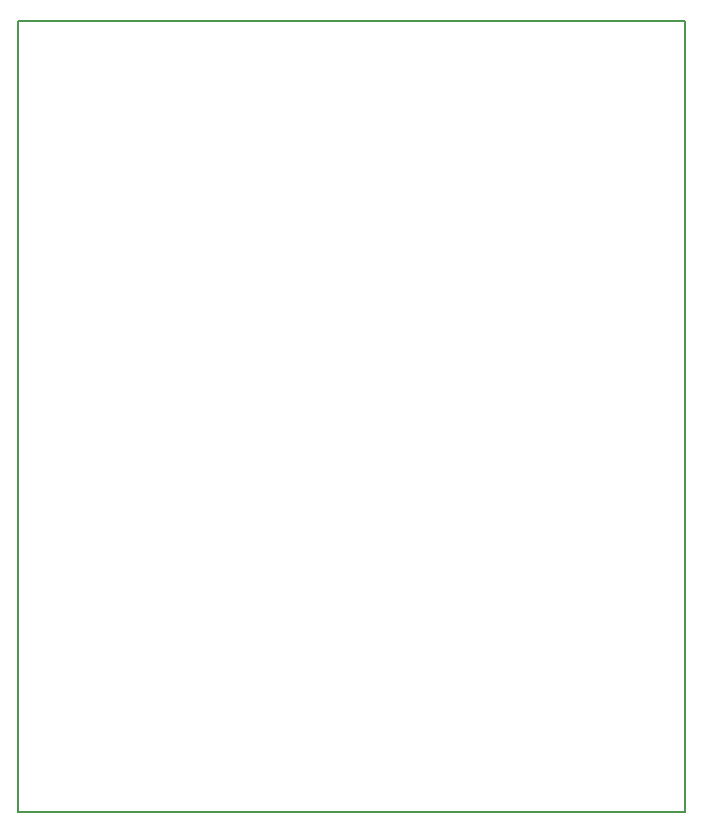
<source format=gm1>
G04 #@! TF.FileFunction,Profile,NP*
%FSLAX46Y46*%
G04 Gerber Fmt 4.6, Leading zero omitted, Abs format (unit mm)*
G04 Created by KiCad (PCBNEW 4.0.7) date Fri Feb  2 23:20:03 2018*
%MOMM*%
%LPD*%
G01*
G04 APERTURE LIST*
%ADD10C,0.100000*%
%ADD11C,0.150000*%
G04 APERTURE END LIST*
D10*
D11*
X116000000Y-126000000D02*
X116000000Y-59000000D01*
X172500000Y-126000000D02*
X116000000Y-126000000D01*
X172500000Y-59000000D02*
X172500000Y-126000000D01*
X116000000Y-59000000D02*
X172500000Y-59000000D01*
M02*

</source>
